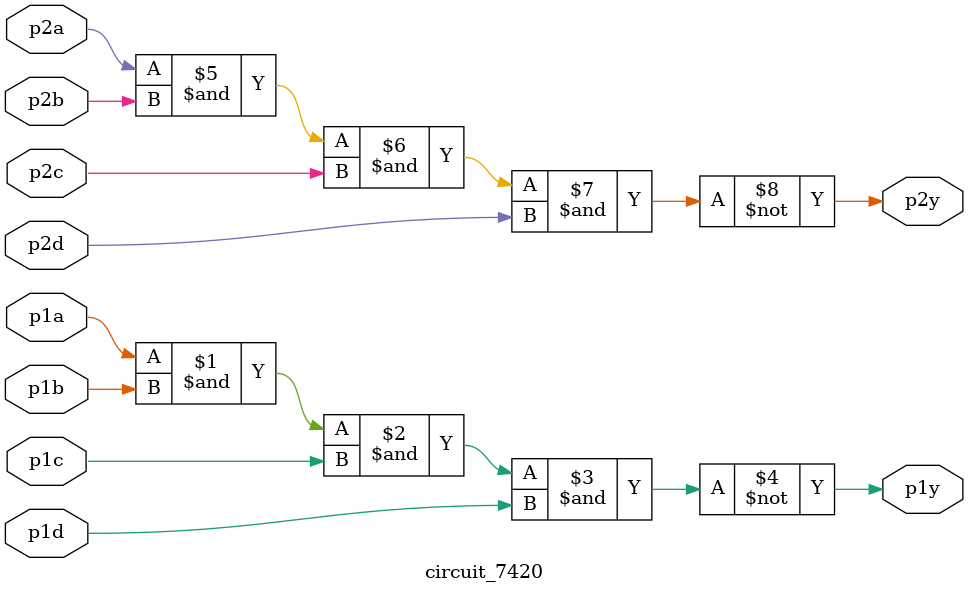
<source format=v>

module circuit_7420 ( 
    input p1a, p1b, p1c, p1d,
    output p1y,
    input p2a, p2b, p2c, p2d,
    output p2y );
  
    assign p1y = ~(p1a & p1b & p1c & p1d);
    assign p2y = ~(p2a & p2b & p2c & p2d);

endmodule

</source>
